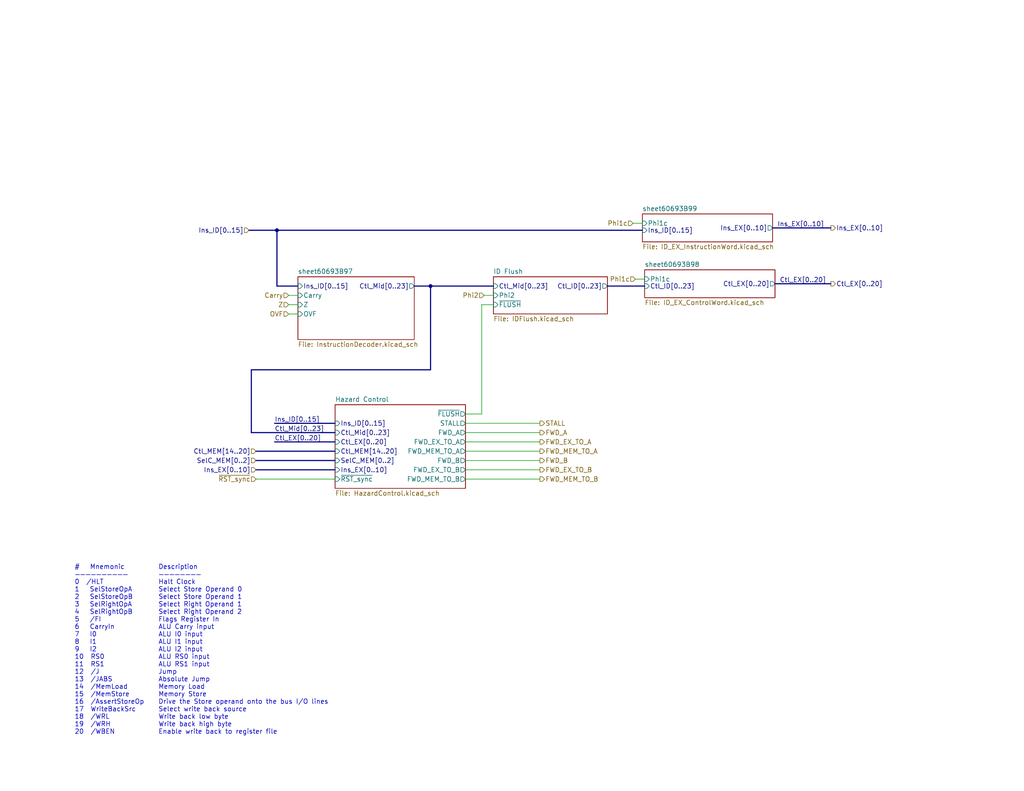
<source format=kicad_sch>
(kicad_sch (version 20211123) (generator eeschema)
  (paper "USLetter")
  (title_block (title "ID") (date "2022-04-23") (rev "A") (comment 1 "Simultaneously, read the register file using indices extracted from the instruction word.") (comment 2 "effect conditional instructions.") (comment 3 "The decoder takes the condition code from the flags register into account to") (comment 4 "The instruction decoder turns a 5-bit opcode into an array of control signals."))
  (lib_symbols)
  (junction (at 75.565 62.865))
  (junction (at 117.475 78.105))
  (wire (pts (xy 134.62 83.185) (xy 131.445 83.185)))
  (bus (pts (xy 68.58 118.11) (xy 91.44 118.11)))
  (bus (pts (xy 117.475 100.965) (xy 117.475 78.105)))
  (wire (pts (xy 175.895 76.2) (xy 173.355 76.2)))
  (wire (pts (xy 127 125.73) (xy 147.32 125.73)))
  (wire (pts (xy 175.26 60.96) (xy 172.72 60.96)))
  (bus (pts (xy 69.85 128.27) (xy 91.44 128.27)))
  (bus (pts (xy 165.735 78.105) (xy 175.895 78.105)))
  (wire (pts (xy 131.445 83.185) (xy 131.445 113.03)))
  (wire (pts (xy 81.28 85.725) (xy 78.74 85.725)))
  (wire (pts (xy 127 120.65) (xy 147.32 120.65)))
  (bus (pts (xy 91.44 115.57) (xy 74.93 115.57)))
  (bus (pts (xy 69.85 123.19) (xy 91.44 123.19)))
  (wire (pts (xy 127 118.11) (xy 147.32 118.11)))
  (bus (pts (xy 69.85 125.73) (xy 91.44 125.73)))
  (wire (pts (xy 134.62 80.645) (xy 132.08 80.645)))
  (wire (pts (xy 81.28 83.185) (xy 78.74 83.185)))
  (wire (pts (xy 127 130.81) (xy 147.32 130.81)))
  (bus (pts (xy 67.945 62.865) (xy 75.565 62.865)))
  (bus (pts (xy 75.565 62.865) (xy 175.26 62.865)))
  (bus (pts (xy 68.58 100.965) (xy 117.475 100.965)))
  (bus (pts (xy 81.28 78.105) (xy 75.565 78.105)))
  (wire (pts (xy 127 115.57) (xy 147.32 115.57)))
  (wire (pts (xy 131.445 113.03) (xy 127 113.03)))
  (wire (pts (xy 127 123.19) (xy 147.32 123.19)))
  (bus (pts (xy 117.475 78.105) (xy 134.62 78.105)))
  (bus (pts (xy 211.455 77.47) (xy 226.695 77.47)))
  (wire (pts (xy 147.32 128.27) (xy 127 128.27)))
  (bus (pts (xy 113.03 78.105) (xy 117.475 78.105)))
  (wire (pts (xy 81.28 80.645) (xy 78.74 80.645)))
  (bus (pts (xy 210.82 62.23) (xy 226.695 62.23)))
  (bus (pts (xy 68.58 118.11) (xy 68.58 100.965)))
  (bus (pts (xy 91.44 120.65) (xy 74.93 120.65)))
  (bus (pts (xy 75.565 62.865) (xy 75.565 78.105)))
  (wire (pts (xy 69.85 130.81) (xy 91.44 130.81)))
  (text "Description\n————————\nHalt Clock\nSelect Store Operand 0\nSelect Store Operand 1\nSelect Right Operand 1\nSelect Right Operand 2\nFlags Register In\nALU Carry input\nALU I0 input\nALU I1 input\nALU I2 input\nALU RS0 input\nALU RS1 input\nJump\nAbsolute Jump\nMemory Load\nMemory Store\nDrive the Store operand onto the bus I/O lines\nSelect write back source\nWrite back low byte\nWrite back high byte\nEnable write back to register file" (at 43.18 200.66 0) (effects (font (size 1.27 1.27)) (justify left bottom)))
  (text "#   Mnemonic\n——————————\n0  /HLT\n1   SelStoreOpA\n2   SelStoreOpB\n3   SelRightOpA\n4   SelRightOpB\n5   /FI\n6   CarryIn\n7   I0\n8   I1\n9   I2\n10  RS0\n11  RS1\n12  /J\n13  /JABS\n14  /MemLoad\n15  /MemStore\n16  /AssertStoreOp\n17  WriteBackSrc\n18  /WRL\n19  /WRH\n20  /WBEN" (at 20.32 200.66 0) (effects (font (size 1.27 1.27)) (justify left bottom)))
  (label "Ins_EX[0..10]" (at 212.09 62.23 0))
  (label "Ctl_EX[0..20]" (at 212.725 77.47 0))
  (label "Ctl_Mid[0..23]" (at 74.93 118.11 0))
  (label "Ctl_EX[0..20]" (at 74.93 120.65 0))
  (label "Ins_ID[0..15]" (at 74.93 115.57 0))
  (hierarchical_label "Carry" (shape input) (at 78.74 80.645 180))
  (hierarchical_label "Phi1c" (shape input) (at 173.355 76.2 180))
  (hierarchical_label "OVF" (shape input) (at 78.74 85.725 180))
  (hierarchical_label "FWD_A" (shape output) (at 147.32 118.11 0))
  (hierarchical_label "Z" (shape input) (at 78.74 83.185 180))
  (hierarchical_label "FWD_EX_TO_B" (shape output) (at 147.32 128.27 0))
  (hierarchical_label "Ctl_EX[0..20]" (shape output) (at 226.695 77.47 0))
  (hierarchical_label "Ins_EX[0..10]" (shape input) (at 69.85 128.27 180))
  (hierarchical_label "Phi2" (shape input) (at 132.08 80.645 180))
  (hierarchical_label "STALL" (shape output) (at 147.32 115.57 0))
  (hierarchical_label "Ctl_MEM[14..20]" (shape input) (at 69.85 123.19 180))
  (hierarchical_label "Ins_EX[0..10]" (shape output) (at 226.695 62.23 0))
  (hierarchical_label "FWD_MEM_TO_B" (shape output) (at 147.32 130.81 0))
  (hierarchical_label "Phi1c" (shape input) (at 172.72 60.96 180))
  (hierarchical_label "FWD_MEM_TO_A" (shape output) (at 147.32 123.19 0))
  (hierarchical_label "SelC_MEM[0..2]" (shape input) (at 69.85 125.73 180))
  (hierarchical_label "Ins_ID[0..15]" (shape input) (at 67.945 62.865 180))
  (hierarchical_label "FWD_EX_TO_A" (shape output) (at 147.32 120.65 0))
  (hierarchical_label "~{RST_sync}" (shape input) (at 69.85 130.81 180))
  (hierarchical_label "FWD_B" (shape output) (at 147.32 125.73 0))
  (sheet (at 91.44 110.49) (size 35.56 22.86)
    (property "Sheet name" "Hazard Control" (at 91.44 109.7784 0) (effects (justify left bottom)))
    (property "Sheet file" "HazardControl.kicad_sch" (at 91.44 133.9346 0) (effects (justify left top)))
    (pin "SelC_MEM[0..2]" input (at 91.44 125.73 180))
    (pin "Ins_EX[0..10]" input (at 91.44 128.27 180))
    (pin "Ctl_MEM[14..20]" input (at 91.44 123.19 180))
    (pin "Ctl_EX[0..20]" input (at 91.44 120.65 180))
    (pin "Ins_ID[0..15]" input (at 91.44 115.57 180))
    (pin "STALL" output (at 127 115.57 0))
    (pin "~{FLUSH}" output (at 127 113.03 0))
    (pin "FWD_A" output (at 127 118.11 0))
    (pin "FWD_EX_TO_A" output (at 127 120.65 0))
    (pin "FWD_MEM_TO_A" output (at 127 123.19 0))
    (pin "FWD_EX_TO_B" output (at 127 128.27 0))
    (pin "FWD_MEM_TO_B" output (at 127 130.81 0))
    (pin "FWD_B" output (at 127 125.73 0))
    (pin "Ctl_Mid[0..23]" input (at 91.44 118.11 180))
    (pin "~{RST_sync}" input (at 91.44 130.81 180))
  )
  (sheet (at 81.28 75.565) (size 31.75 17.145)
    (property "Sheet name" "sheet60693B97" (at 81.28 74.8534 0) (effects (justify left bottom)))
    (property "Sheet file" "InstructionDecoder.kicad_sch" (at 81.28 93.2946 0) (effects (justify left top)))
    (pin "Carry" input (at 81.28 80.645 180))
    (pin "Z" input (at 81.28 83.185 180))
    (pin "Ins_ID[0..15]" input (at 81.28 78.105 180))
    (pin "OVF" input (at 81.28 85.725 180))
    (pin "Ctl_Mid[0..23]" output (at 113.03 78.105 0))
  )
  (sheet (at 175.895 73.66) (size 35.56 7.62)
    (property "Sheet name" "sheet60693B98" (at 175.895 72.9484 0) (effects (justify left bottom)))
    (property "Sheet file" "ID_EX_ControlWord.kicad_sch" (at 175.895 81.8646 0) (effects (justify left top)))
    (pin "Ctl_ID[0..23]" input (at 175.895 78.105 180))
    (pin "Ctl_EX[0..20]" output (at 211.455 77.47 0))
    (pin "Phi1c" input (at 175.895 76.2 180))
  )
  (sheet (at 175.26 58.42) (size 35.56 7.62)
    (property "Sheet name" "sheet60693B99" (at 175.26 57.7084 0) (effects (justify left bottom)))
    (property "Sheet file" "ID_EX_InstructionWord.kicad_sch" (at 175.26 66.6246 0) (effects (justify left top)))
    (pin "Ins_ID[0..15]" input (at 175.26 62.865 180))
    (pin "Ins_EX[0..10]" output (at 210.82 62.23 0))
    (pin "Phi1c" input (at 175.26 60.96 180))
  )
  (sheet (at 134.62 75.565) (size 31.115 10.16) (stroke (width 0.1524))
    (property "Sheet name" "ID Flush" (at 134.62 74.8534 0) (effects (justify left bottom)))
    (property "Sheet file" "IDFlush.kicad_sch" (at 134.62 86.3096 0) (effects (justify left top)))
    (pin "Ctl_ID[0..23]" output (at 165.735 78.105 0))
    (pin "Phi2" input (at 134.62 80.645 180))
    (pin "~{FLUSH}" input (at 134.62 83.185 180))
    (pin "Ctl_Mid[0..23]" input (at 134.62 78.105 180))
  )
)
</source>
